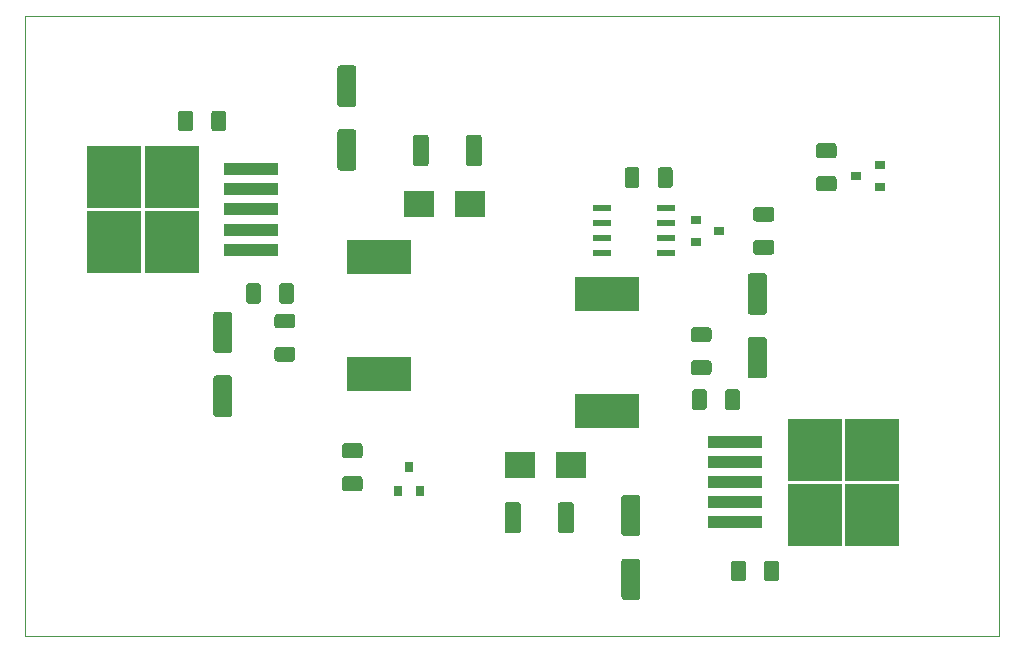
<source format=gbr>
G04 #@! TF.GenerationSoftware,KiCad,Pcbnew,(5.1.0)-1*
G04 #@! TF.CreationDate,2019-06-07T15:42:58+02:00*
G04 #@! TF.ProjectId,DRS,4452532e-6b69-4636-9164-5f7063625858,rev?*
G04 #@! TF.SameCoordinates,Original*
G04 #@! TF.FileFunction,Paste,Bot*
G04 #@! TF.FilePolarity,Positive*
%FSLAX46Y46*%
G04 Gerber Fmt 4.6, Leading zero omitted, Abs format (unit mm)*
G04 Created by KiCad (PCBNEW (5.1.0)-1) date 2019-06-07 15:42:58*
%MOMM*%
%LPD*%
G04 APERTURE LIST*
%ADD10C,0.100000*%
%ADD11C,1.600000*%
%ADD12C,1.250000*%
%ADD13R,0.900000X0.800000*%
%ADD14R,2.500000X2.300000*%
%ADD15R,5.400000X2.900000*%
%ADD16R,1.550000X0.600000*%
%ADD17R,4.550000X5.250000*%
%ADD18R,4.600000X1.100000*%
%ADD19C,1.350000*%
%ADD20R,0.800000X0.900000*%
G04 APERTURE END LIST*
D10*
X94000000Y-103500000D02*
X176500000Y-103500000D01*
X94000000Y-51000000D02*
X94000000Y-103500000D01*
X176500000Y-51000000D02*
X94000000Y-51000000D01*
X176500000Y-103500000D02*
X176500000Y-51000000D01*
G36*
X121824504Y-60601204D02*
G01*
X121848773Y-60604804D01*
X121872571Y-60610765D01*
X121895671Y-60619030D01*
X121917849Y-60629520D01*
X121938893Y-60642133D01*
X121958598Y-60656747D01*
X121976777Y-60673223D01*
X121993253Y-60691402D01*
X122007867Y-60711107D01*
X122020480Y-60732151D01*
X122030970Y-60754329D01*
X122039235Y-60777429D01*
X122045196Y-60801227D01*
X122048796Y-60825496D01*
X122050000Y-60850000D01*
X122050000Y-63850000D01*
X122048796Y-63874504D01*
X122045196Y-63898773D01*
X122039235Y-63922571D01*
X122030970Y-63945671D01*
X122020480Y-63967849D01*
X122007867Y-63988893D01*
X121993253Y-64008598D01*
X121976777Y-64026777D01*
X121958598Y-64043253D01*
X121938893Y-64057867D01*
X121917849Y-64070480D01*
X121895671Y-64080970D01*
X121872571Y-64089235D01*
X121848773Y-64095196D01*
X121824504Y-64098796D01*
X121800000Y-64100000D01*
X120700000Y-64100000D01*
X120675496Y-64098796D01*
X120651227Y-64095196D01*
X120627429Y-64089235D01*
X120604329Y-64080970D01*
X120582151Y-64070480D01*
X120561107Y-64057867D01*
X120541402Y-64043253D01*
X120523223Y-64026777D01*
X120506747Y-64008598D01*
X120492133Y-63988893D01*
X120479520Y-63967849D01*
X120469030Y-63945671D01*
X120460765Y-63922571D01*
X120454804Y-63898773D01*
X120451204Y-63874504D01*
X120450000Y-63850000D01*
X120450000Y-60850000D01*
X120451204Y-60825496D01*
X120454804Y-60801227D01*
X120460765Y-60777429D01*
X120469030Y-60754329D01*
X120479520Y-60732151D01*
X120492133Y-60711107D01*
X120506747Y-60691402D01*
X120523223Y-60673223D01*
X120541402Y-60656747D01*
X120561107Y-60642133D01*
X120582151Y-60629520D01*
X120604329Y-60619030D01*
X120627429Y-60610765D01*
X120651227Y-60604804D01*
X120675496Y-60601204D01*
X120700000Y-60600000D01*
X121800000Y-60600000D01*
X121824504Y-60601204D01*
X121824504Y-60601204D01*
G37*
D11*
X121250000Y-62350000D03*
D10*
G36*
X121824504Y-55201204D02*
G01*
X121848773Y-55204804D01*
X121872571Y-55210765D01*
X121895671Y-55219030D01*
X121917849Y-55229520D01*
X121938893Y-55242133D01*
X121958598Y-55256747D01*
X121976777Y-55273223D01*
X121993253Y-55291402D01*
X122007867Y-55311107D01*
X122020480Y-55332151D01*
X122030970Y-55354329D01*
X122039235Y-55377429D01*
X122045196Y-55401227D01*
X122048796Y-55425496D01*
X122050000Y-55450000D01*
X122050000Y-58450000D01*
X122048796Y-58474504D01*
X122045196Y-58498773D01*
X122039235Y-58522571D01*
X122030970Y-58545671D01*
X122020480Y-58567849D01*
X122007867Y-58588893D01*
X121993253Y-58608598D01*
X121976777Y-58626777D01*
X121958598Y-58643253D01*
X121938893Y-58657867D01*
X121917849Y-58670480D01*
X121895671Y-58680970D01*
X121872571Y-58689235D01*
X121848773Y-58695196D01*
X121824504Y-58698796D01*
X121800000Y-58700000D01*
X120700000Y-58700000D01*
X120675496Y-58698796D01*
X120651227Y-58695196D01*
X120627429Y-58689235D01*
X120604329Y-58680970D01*
X120582151Y-58670480D01*
X120561107Y-58657867D01*
X120541402Y-58643253D01*
X120523223Y-58626777D01*
X120506747Y-58608598D01*
X120492133Y-58588893D01*
X120479520Y-58567849D01*
X120469030Y-58545671D01*
X120460765Y-58522571D01*
X120454804Y-58498773D01*
X120451204Y-58474504D01*
X120450000Y-58450000D01*
X120450000Y-55450000D01*
X120451204Y-55425496D01*
X120454804Y-55401227D01*
X120460765Y-55377429D01*
X120469030Y-55354329D01*
X120479520Y-55332151D01*
X120492133Y-55311107D01*
X120506747Y-55291402D01*
X120523223Y-55273223D01*
X120541402Y-55256747D01*
X120561107Y-55242133D01*
X120582151Y-55229520D01*
X120604329Y-55219030D01*
X120627429Y-55210765D01*
X120651227Y-55204804D01*
X120675496Y-55201204D01*
X120700000Y-55200000D01*
X121800000Y-55200000D01*
X121824504Y-55201204D01*
X121824504Y-55201204D01*
G37*
D11*
X121250000Y-56950000D03*
D10*
G36*
X145874504Y-91551204D02*
G01*
X145898773Y-91554804D01*
X145922571Y-91560765D01*
X145945671Y-91569030D01*
X145967849Y-91579520D01*
X145988893Y-91592133D01*
X146008598Y-91606747D01*
X146026777Y-91623223D01*
X146043253Y-91641402D01*
X146057867Y-91661107D01*
X146070480Y-91682151D01*
X146080970Y-91704329D01*
X146089235Y-91727429D01*
X146095196Y-91751227D01*
X146098796Y-91775496D01*
X146100000Y-91800000D01*
X146100000Y-94800000D01*
X146098796Y-94824504D01*
X146095196Y-94848773D01*
X146089235Y-94872571D01*
X146080970Y-94895671D01*
X146070480Y-94917849D01*
X146057867Y-94938893D01*
X146043253Y-94958598D01*
X146026777Y-94976777D01*
X146008598Y-94993253D01*
X145988893Y-95007867D01*
X145967849Y-95020480D01*
X145945671Y-95030970D01*
X145922571Y-95039235D01*
X145898773Y-95045196D01*
X145874504Y-95048796D01*
X145850000Y-95050000D01*
X144750000Y-95050000D01*
X144725496Y-95048796D01*
X144701227Y-95045196D01*
X144677429Y-95039235D01*
X144654329Y-95030970D01*
X144632151Y-95020480D01*
X144611107Y-95007867D01*
X144591402Y-94993253D01*
X144573223Y-94976777D01*
X144556747Y-94958598D01*
X144542133Y-94938893D01*
X144529520Y-94917849D01*
X144519030Y-94895671D01*
X144510765Y-94872571D01*
X144504804Y-94848773D01*
X144501204Y-94824504D01*
X144500000Y-94800000D01*
X144500000Y-91800000D01*
X144501204Y-91775496D01*
X144504804Y-91751227D01*
X144510765Y-91727429D01*
X144519030Y-91704329D01*
X144529520Y-91682151D01*
X144542133Y-91661107D01*
X144556747Y-91641402D01*
X144573223Y-91623223D01*
X144591402Y-91606747D01*
X144611107Y-91592133D01*
X144632151Y-91579520D01*
X144654329Y-91569030D01*
X144677429Y-91560765D01*
X144701227Y-91554804D01*
X144725496Y-91551204D01*
X144750000Y-91550000D01*
X145850000Y-91550000D01*
X145874504Y-91551204D01*
X145874504Y-91551204D01*
G37*
D11*
X145300000Y-93300000D03*
D10*
G36*
X145874504Y-96951204D02*
G01*
X145898773Y-96954804D01*
X145922571Y-96960765D01*
X145945671Y-96969030D01*
X145967849Y-96979520D01*
X145988893Y-96992133D01*
X146008598Y-97006747D01*
X146026777Y-97023223D01*
X146043253Y-97041402D01*
X146057867Y-97061107D01*
X146070480Y-97082151D01*
X146080970Y-97104329D01*
X146089235Y-97127429D01*
X146095196Y-97151227D01*
X146098796Y-97175496D01*
X146100000Y-97200000D01*
X146100000Y-100200000D01*
X146098796Y-100224504D01*
X146095196Y-100248773D01*
X146089235Y-100272571D01*
X146080970Y-100295671D01*
X146070480Y-100317849D01*
X146057867Y-100338893D01*
X146043253Y-100358598D01*
X146026777Y-100376777D01*
X146008598Y-100393253D01*
X145988893Y-100407867D01*
X145967849Y-100420480D01*
X145945671Y-100430970D01*
X145922571Y-100439235D01*
X145898773Y-100445196D01*
X145874504Y-100448796D01*
X145850000Y-100450000D01*
X144750000Y-100450000D01*
X144725496Y-100448796D01*
X144701227Y-100445196D01*
X144677429Y-100439235D01*
X144654329Y-100430970D01*
X144632151Y-100420480D01*
X144611107Y-100407867D01*
X144591402Y-100393253D01*
X144573223Y-100376777D01*
X144556747Y-100358598D01*
X144542133Y-100338893D01*
X144529520Y-100317849D01*
X144519030Y-100295671D01*
X144510765Y-100272571D01*
X144504804Y-100248773D01*
X144501204Y-100224504D01*
X144500000Y-100200000D01*
X144500000Y-97200000D01*
X144501204Y-97175496D01*
X144504804Y-97151227D01*
X144510765Y-97127429D01*
X144519030Y-97104329D01*
X144529520Y-97082151D01*
X144542133Y-97061107D01*
X144556747Y-97041402D01*
X144573223Y-97023223D01*
X144591402Y-97006747D01*
X144611107Y-96992133D01*
X144632151Y-96979520D01*
X144654329Y-96969030D01*
X144677429Y-96960765D01*
X144701227Y-96954804D01*
X144725496Y-96951204D01*
X144750000Y-96950000D01*
X145850000Y-96950000D01*
X145874504Y-96951204D01*
X145874504Y-96951204D01*
G37*
D11*
X145300000Y-98700000D03*
D10*
G36*
X148599504Y-63826204D02*
G01*
X148623773Y-63829804D01*
X148647571Y-63835765D01*
X148670671Y-63844030D01*
X148692849Y-63854520D01*
X148713893Y-63867133D01*
X148733598Y-63881747D01*
X148751777Y-63898223D01*
X148768253Y-63916402D01*
X148782867Y-63936107D01*
X148795480Y-63957151D01*
X148805970Y-63979329D01*
X148814235Y-64002429D01*
X148820196Y-64026227D01*
X148823796Y-64050496D01*
X148825000Y-64075000D01*
X148825000Y-65325000D01*
X148823796Y-65349504D01*
X148820196Y-65373773D01*
X148814235Y-65397571D01*
X148805970Y-65420671D01*
X148795480Y-65442849D01*
X148782867Y-65463893D01*
X148768253Y-65483598D01*
X148751777Y-65501777D01*
X148733598Y-65518253D01*
X148713893Y-65532867D01*
X148692849Y-65545480D01*
X148670671Y-65555970D01*
X148647571Y-65564235D01*
X148623773Y-65570196D01*
X148599504Y-65573796D01*
X148575000Y-65575000D01*
X147825000Y-65575000D01*
X147800496Y-65573796D01*
X147776227Y-65570196D01*
X147752429Y-65564235D01*
X147729329Y-65555970D01*
X147707151Y-65545480D01*
X147686107Y-65532867D01*
X147666402Y-65518253D01*
X147648223Y-65501777D01*
X147631747Y-65483598D01*
X147617133Y-65463893D01*
X147604520Y-65442849D01*
X147594030Y-65420671D01*
X147585765Y-65397571D01*
X147579804Y-65373773D01*
X147576204Y-65349504D01*
X147575000Y-65325000D01*
X147575000Y-64075000D01*
X147576204Y-64050496D01*
X147579804Y-64026227D01*
X147585765Y-64002429D01*
X147594030Y-63979329D01*
X147604520Y-63957151D01*
X147617133Y-63936107D01*
X147631747Y-63916402D01*
X147648223Y-63898223D01*
X147666402Y-63881747D01*
X147686107Y-63867133D01*
X147707151Y-63854520D01*
X147729329Y-63844030D01*
X147752429Y-63835765D01*
X147776227Y-63829804D01*
X147800496Y-63826204D01*
X147825000Y-63825000D01*
X148575000Y-63825000D01*
X148599504Y-63826204D01*
X148599504Y-63826204D01*
G37*
D12*
X148200000Y-64700000D03*
D10*
G36*
X145799504Y-63826204D02*
G01*
X145823773Y-63829804D01*
X145847571Y-63835765D01*
X145870671Y-63844030D01*
X145892849Y-63854520D01*
X145913893Y-63867133D01*
X145933598Y-63881747D01*
X145951777Y-63898223D01*
X145968253Y-63916402D01*
X145982867Y-63936107D01*
X145995480Y-63957151D01*
X146005970Y-63979329D01*
X146014235Y-64002429D01*
X146020196Y-64026227D01*
X146023796Y-64050496D01*
X146025000Y-64075000D01*
X146025000Y-65325000D01*
X146023796Y-65349504D01*
X146020196Y-65373773D01*
X146014235Y-65397571D01*
X146005970Y-65420671D01*
X145995480Y-65442849D01*
X145982867Y-65463893D01*
X145968253Y-65483598D01*
X145951777Y-65501777D01*
X145933598Y-65518253D01*
X145913893Y-65532867D01*
X145892849Y-65545480D01*
X145870671Y-65555970D01*
X145847571Y-65564235D01*
X145823773Y-65570196D01*
X145799504Y-65573796D01*
X145775000Y-65575000D01*
X145025000Y-65575000D01*
X145000496Y-65573796D01*
X144976227Y-65570196D01*
X144952429Y-65564235D01*
X144929329Y-65555970D01*
X144907151Y-65545480D01*
X144886107Y-65532867D01*
X144866402Y-65518253D01*
X144848223Y-65501777D01*
X144831747Y-65483598D01*
X144817133Y-65463893D01*
X144804520Y-65442849D01*
X144794030Y-65420671D01*
X144785765Y-65397571D01*
X144779804Y-65373773D01*
X144776204Y-65349504D01*
X144775000Y-65325000D01*
X144775000Y-64075000D01*
X144776204Y-64050496D01*
X144779804Y-64026227D01*
X144785765Y-64002429D01*
X144794030Y-63979329D01*
X144804520Y-63957151D01*
X144817133Y-63936107D01*
X144831747Y-63916402D01*
X144848223Y-63898223D01*
X144866402Y-63881747D01*
X144886107Y-63867133D01*
X144907151Y-63854520D01*
X144929329Y-63844030D01*
X144952429Y-63835765D01*
X144976227Y-63829804D01*
X145000496Y-63826204D01*
X145025000Y-63825000D01*
X145775000Y-63825000D01*
X145799504Y-63826204D01*
X145799504Y-63826204D01*
G37*
D12*
X145400000Y-64700000D03*
D10*
G36*
X154799504Y-97126204D02*
G01*
X154823773Y-97129804D01*
X154847571Y-97135765D01*
X154870671Y-97144030D01*
X154892849Y-97154520D01*
X154913893Y-97167133D01*
X154933598Y-97181747D01*
X154951777Y-97198223D01*
X154968253Y-97216402D01*
X154982867Y-97236107D01*
X154995480Y-97257151D01*
X155005970Y-97279329D01*
X155014235Y-97302429D01*
X155020196Y-97326227D01*
X155023796Y-97350496D01*
X155025000Y-97375000D01*
X155025000Y-98625000D01*
X155023796Y-98649504D01*
X155020196Y-98673773D01*
X155014235Y-98697571D01*
X155005970Y-98720671D01*
X154995480Y-98742849D01*
X154982867Y-98763893D01*
X154968253Y-98783598D01*
X154951777Y-98801777D01*
X154933598Y-98818253D01*
X154913893Y-98832867D01*
X154892849Y-98845480D01*
X154870671Y-98855970D01*
X154847571Y-98864235D01*
X154823773Y-98870196D01*
X154799504Y-98873796D01*
X154775000Y-98875000D01*
X154025000Y-98875000D01*
X154000496Y-98873796D01*
X153976227Y-98870196D01*
X153952429Y-98864235D01*
X153929329Y-98855970D01*
X153907151Y-98845480D01*
X153886107Y-98832867D01*
X153866402Y-98818253D01*
X153848223Y-98801777D01*
X153831747Y-98783598D01*
X153817133Y-98763893D01*
X153804520Y-98742849D01*
X153794030Y-98720671D01*
X153785765Y-98697571D01*
X153779804Y-98673773D01*
X153776204Y-98649504D01*
X153775000Y-98625000D01*
X153775000Y-97375000D01*
X153776204Y-97350496D01*
X153779804Y-97326227D01*
X153785765Y-97302429D01*
X153794030Y-97279329D01*
X153804520Y-97257151D01*
X153817133Y-97236107D01*
X153831747Y-97216402D01*
X153848223Y-97198223D01*
X153866402Y-97181747D01*
X153886107Y-97167133D01*
X153907151Y-97154520D01*
X153929329Y-97144030D01*
X153952429Y-97135765D01*
X153976227Y-97129804D01*
X154000496Y-97126204D01*
X154025000Y-97125000D01*
X154775000Y-97125000D01*
X154799504Y-97126204D01*
X154799504Y-97126204D01*
G37*
D12*
X154400000Y-98000000D03*
D10*
G36*
X157599504Y-97126204D02*
G01*
X157623773Y-97129804D01*
X157647571Y-97135765D01*
X157670671Y-97144030D01*
X157692849Y-97154520D01*
X157713893Y-97167133D01*
X157733598Y-97181747D01*
X157751777Y-97198223D01*
X157768253Y-97216402D01*
X157782867Y-97236107D01*
X157795480Y-97257151D01*
X157805970Y-97279329D01*
X157814235Y-97302429D01*
X157820196Y-97326227D01*
X157823796Y-97350496D01*
X157825000Y-97375000D01*
X157825000Y-98625000D01*
X157823796Y-98649504D01*
X157820196Y-98673773D01*
X157814235Y-98697571D01*
X157805970Y-98720671D01*
X157795480Y-98742849D01*
X157782867Y-98763893D01*
X157768253Y-98783598D01*
X157751777Y-98801777D01*
X157733598Y-98818253D01*
X157713893Y-98832867D01*
X157692849Y-98845480D01*
X157670671Y-98855970D01*
X157647571Y-98864235D01*
X157623773Y-98870196D01*
X157599504Y-98873796D01*
X157575000Y-98875000D01*
X156825000Y-98875000D01*
X156800496Y-98873796D01*
X156776227Y-98870196D01*
X156752429Y-98864235D01*
X156729329Y-98855970D01*
X156707151Y-98845480D01*
X156686107Y-98832867D01*
X156666402Y-98818253D01*
X156648223Y-98801777D01*
X156631747Y-98783598D01*
X156617133Y-98763893D01*
X156604520Y-98742849D01*
X156594030Y-98720671D01*
X156585765Y-98697571D01*
X156579804Y-98673773D01*
X156576204Y-98649504D01*
X156575000Y-98625000D01*
X156575000Y-97375000D01*
X156576204Y-97350496D01*
X156579804Y-97326227D01*
X156585765Y-97302429D01*
X156594030Y-97279329D01*
X156604520Y-97257151D01*
X156617133Y-97236107D01*
X156631747Y-97216402D01*
X156648223Y-97198223D01*
X156666402Y-97181747D01*
X156686107Y-97167133D01*
X156707151Y-97154520D01*
X156729329Y-97144030D01*
X156752429Y-97135765D01*
X156776227Y-97129804D01*
X156800496Y-97126204D01*
X156825000Y-97125000D01*
X157575000Y-97125000D01*
X157599504Y-97126204D01*
X157599504Y-97126204D01*
G37*
D12*
X157200000Y-98000000D03*
D10*
G36*
X107999504Y-59026204D02*
G01*
X108023773Y-59029804D01*
X108047571Y-59035765D01*
X108070671Y-59044030D01*
X108092849Y-59054520D01*
X108113893Y-59067133D01*
X108133598Y-59081747D01*
X108151777Y-59098223D01*
X108168253Y-59116402D01*
X108182867Y-59136107D01*
X108195480Y-59157151D01*
X108205970Y-59179329D01*
X108214235Y-59202429D01*
X108220196Y-59226227D01*
X108223796Y-59250496D01*
X108225000Y-59275000D01*
X108225000Y-60525000D01*
X108223796Y-60549504D01*
X108220196Y-60573773D01*
X108214235Y-60597571D01*
X108205970Y-60620671D01*
X108195480Y-60642849D01*
X108182867Y-60663893D01*
X108168253Y-60683598D01*
X108151777Y-60701777D01*
X108133598Y-60718253D01*
X108113893Y-60732867D01*
X108092849Y-60745480D01*
X108070671Y-60755970D01*
X108047571Y-60764235D01*
X108023773Y-60770196D01*
X107999504Y-60773796D01*
X107975000Y-60775000D01*
X107225000Y-60775000D01*
X107200496Y-60773796D01*
X107176227Y-60770196D01*
X107152429Y-60764235D01*
X107129329Y-60755970D01*
X107107151Y-60745480D01*
X107086107Y-60732867D01*
X107066402Y-60718253D01*
X107048223Y-60701777D01*
X107031747Y-60683598D01*
X107017133Y-60663893D01*
X107004520Y-60642849D01*
X106994030Y-60620671D01*
X106985765Y-60597571D01*
X106979804Y-60573773D01*
X106976204Y-60549504D01*
X106975000Y-60525000D01*
X106975000Y-59275000D01*
X106976204Y-59250496D01*
X106979804Y-59226227D01*
X106985765Y-59202429D01*
X106994030Y-59179329D01*
X107004520Y-59157151D01*
X107017133Y-59136107D01*
X107031747Y-59116402D01*
X107048223Y-59098223D01*
X107066402Y-59081747D01*
X107086107Y-59067133D01*
X107107151Y-59054520D01*
X107129329Y-59044030D01*
X107152429Y-59035765D01*
X107176227Y-59029804D01*
X107200496Y-59026204D01*
X107225000Y-59025000D01*
X107975000Y-59025000D01*
X107999504Y-59026204D01*
X107999504Y-59026204D01*
G37*
D12*
X107600000Y-59900000D03*
D10*
G36*
X110799504Y-59026204D02*
G01*
X110823773Y-59029804D01*
X110847571Y-59035765D01*
X110870671Y-59044030D01*
X110892849Y-59054520D01*
X110913893Y-59067133D01*
X110933598Y-59081747D01*
X110951777Y-59098223D01*
X110968253Y-59116402D01*
X110982867Y-59136107D01*
X110995480Y-59157151D01*
X111005970Y-59179329D01*
X111014235Y-59202429D01*
X111020196Y-59226227D01*
X111023796Y-59250496D01*
X111025000Y-59275000D01*
X111025000Y-60525000D01*
X111023796Y-60549504D01*
X111020196Y-60573773D01*
X111014235Y-60597571D01*
X111005970Y-60620671D01*
X110995480Y-60642849D01*
X110982867Y-60663893D01*
X110968253Y-60683598D01*
X110951777Y-60701777D01*
X110933598Y-60718253D01*
X110913893Y-60732867D01*
X110892849Y-60745480D01*
X110870671Y-60755970D01*
X110847571Y-60764235D01*
X110823773Y-60770196D01*
X110799504Y-60773796D01*
X110775000Y-60775000D01*
X110025000Y-60775000D01*
X110000496Y-60773796D01*
X109976227Y-60770196D01*
X109952429Y-60764235D01*
X109929329Y-60755970D01*
X109907151Y-60745480D01*
X109886107Y-60732867D01*
X109866402Y-60718253D01*
X109848223Y-60701777D01*
X109831747Y-60683598D01*
X109817133Y-60663893D01*
X109804520Y-60642849D01*
X109794030Y-60620671D01*
X109785765Y-60597571D01*
X109779804Y-60573773D01*
X109776204Y-60549504D01*
X109775000Y-60525000D01*
X109775000Y-59275000D01*
X109776204Y-59250496D01*
X109779804Y-59226227D01*
X109785765Y-59202429D01*
X109794030Y-59179329D01*
X109804520Y-59157151D01*
X109817133Y-59136107D01*
X109831747Y-59116402D01*
X109848223Y-59098223D01*
X109866402Y-59081747D01*
X109886107Y-59067133D01*
X109907151Y-59054520D01*
X109929329Y-59044030D01*
X109952429Y-59035765D01*
X109976227Y-59029804D01*
X110000496Y-59026204D01*
X110025000Y-59025000D01*
X110775000Y-59025000D01*
X110799504Y-59026204D01*
X110799504Y-59026204D01*
G37*
D12*
X110400000Y-59900000D03*
D10*
G36*
X156574504Y-78201204D02*
G01*
X156598773Y-78204804D01*
X156622571Y-78210765D01*
X156645671Y-78219030D01*
X156667849Y-78229520D01*
X156688893Y-78242133D01*
X156708598Y-78256747D01*
X156726777Y-78273223D01*
X156743253Y-78291402D01*
X156757867Y-78311107D01*
X156770480Y-78332151D01*
X156780970Y-78354329D01*
X156789235Y-78377429D01*
X156795196Y-78401227D01*
X156798796Y-78425496D01*
X156800000Y-78450000D01*
X156800000Y-81450000D01*
X156798796Y-81474504D01*
X156795196Y-81498773D01*
X156789235Y-81522571D01*
X156780970Y-81545671D01*
X156770480Y-81567849D01*
X156757867Y-81588893D01*
X156743253Y-81608598D01*
X156726777Y-81626777D01*
X156708598Y-81643253D01*
X156688893Y-81657867D01*
X156667849Y-81670480D01*
X156645671Y-81680970D01*
X156622571Y-81689235D01*
X156598773Y-81695196D01*
X156574504Y-81698796D01*
X156550000Y-81700000D01*
X155450000Y-81700000D01*
X155425496Y-81698796D01*
X155401227Y-81695196D01*
X155377429Y-81689235D01*
X155354329Y-81680970D01*
X155332151Y-81670480D01*
X155311107Y-81657867D01*
X155291402Y-81643253D01*
X155273223Y-81626777D01*
X155256747Y-81608598D01*
X155242133Y-81588893D01*
X155229520Y-81567849D01*
X155219030Y-81545671D01*
X155210765Y-81522571D01*
X155204804Y-81498773D01*
X155201204Y-81474504D01*
X155200000Y-81450000D01*
X155200000Y-78450000D01*
X155201204Y-78425496D01*
X155204804Y-78401227D01*
X155210765Y-78377429D01*
X155219030Y-78354329D01*
X155229520Y-78332151D01*
X155242133Y-78311107D01*
X155256747Y-78291402D01*
X155273223Y-78273223D01*
X155291402Y-78256747D01*
X155311107Y-78242133D01*
X155332151Y-78229520D01*
X155354329Y-78219030D01*
X155377429Y-78210765D01*
X155401227Y-78204804D01*
X155425496Y-78201204D01*
X155450000Y-78200000D01*
X156550000Y-78200000D01*
X156574504Y-78201204D01*
X156574504Y-78201204D01*
G37*
D11*
X156000000Y-79950000D03*
D10*
G36*
X156574504Y-72801204D02*
G01*
X156598773Y-72804804D01*
X156622571Y-72810765D01*
X156645671Y-72819030D01*
X156667849Y-72829520D01*
X156688893Y-72842133D01*
X156708598Y-72856747D01*
X156726777Y-72873223D01*
X156743253Y-72891402D01*
X156757867Y-72911107D01*
X156770480Y-72932151D01*
X156780970Y-72954329D01*
X156789235Y-72977429D01*
X156795196Y-73001227D01*
X156798796Y-73025496D01*
X156800000Y-73050000D01*
X156800000Y-76050000D01*
X156798796Y-76074504D01*
X156795196Y-76098773D01*
X156789235Y-76122571D01*
X156780970Y-76145671D01*
X156770480Y-76167849D01*
X156757867Y-76188893D01*
X156743253Y-76208598D01*
X156726777Y-76226777D01*
X156708598Y-76243253D01*
X156688893Y-76257867D01*
X156667849Y-76270480D01*
X156645671Y-76280970D01*
X156622571Y-76289235D01*
X156598773Y-76295196D01*
X156574504Y-76298796D01*
X156550000Y-76300000D01*
X155450000Y-76300000D01*
X155425496Y-76298796D01*
X155401227Y-76295196D01*
X155377429Y-76289235D01*
X155354329Y-76280970D01*
X155332151Y-76270480D01*
X155311107Y-76257867D01*
X155291402Y-76243253D01*
X155273223Y-76226777D01*
X155256747Y-76208598D01*
X155242133Y-76188893D01*
X155229520Y-76167849D01*
X155219030Y-76145671D01*
X155210765Y-76122571D01*
X155204804Y-76098773D01*
X155201204Y-76074504D01*
X155200000Y-76050000D01*
X155200000Y-73050000D01*
X155201204Y-73025496D01*
X155204804Y-73001227D01*
X155210765Y-72977429D01*
X155219030Y-72954329D01*
X155229520Y-72932151D01*
X155242133Y-72911107D01*
X155256747Y-72891402D01*
X155273223Y-72873223D01*
X155291402Y-72856747D01*
X155311107Y-72842133D01*
X155332151Y-72829520D01*
X155354329Y-72819030D01*
X155377429Y-72810765D01*
X155401227Y-72804804D01*
X155425496Y-72801204D01*
X155450000Y-72800000D01*
X156550000Y-72800000D01*
X156574504Y-72801204D01*
X156574504Y-72801204D01*
G37*
D11*
X156000000Y-74550000D03*
D10*
G36*
X111324504Y-76051204D02*
G01*
X111348773Y-76054804D01*
X111372571Y-76060765D01*
X111395671Y-76069030D01*
X111417849Y-76079520D01*
X111438893Y-76092133D01*
X111458598Y-76106747D01*
X111476777Y-76123223D01*
X111493253Y-76141402D01*
X111507867Y-76161107D01*
X111520480Y-76182151D01*
X111530970Y-76204329D01*
X111539235Y-76227429D01*
X111545196Y-76251227D01*
X111548796Y-76275496D01*
X111550000Y-76300000D01*
X111550000Y-79300000D01*
X111548796Y-79324504D01*
X111545196Y-79348773D01*
X111539235Y-79372571D01*
X111530970Y-79395671D01*
X111520480Y-79417849D01*
X111507867Y-79438893D01*
X111493253Y-79458598D01*
X111476777Y-79476777D01*
X111458598Y-79493253D01*
X111438893Y-79507867D01*
X111417849Y-79520480D01*
X111395671Y-79530970D01*
X111372571Y-79539235D01*
X111348773Y-79545196D01*
X111324504Y-79548796D01*
X111300000Y-79550000D01*
X110200000Y-79550000D01*
X110175496Y-79548796D01*
X110151227Y-79545196D01*
X110127429Y-79539235D01*
X110104329Y-79530970D01*
X110082151Y-79520480D01*
X110061107Y-79507867D01*
X110041402Y-79493253D01*
X110023223Y-79476777D01*
X110006747Y-79458598D01*
X109992133Y-79438893D01*
X109979520Y-79417849D01*
X109969030Y-79395671D01*
X109960765Y-79372571D01*
X109954804Y-79348773D01*
X109951204Y-79324504D01*
X109950000Y-79300000D01*
X109950000Y-76300000D01*
X109951204Y-76275496D01*
X109954804Y-76251227D01*
X109960765Y-76227429D01*
X109969030Y-76204329D01*
X109979520Y-76182151D01*
X109992133Y-76161107D01*
X110006747Y-76141402D01*
X110023223Y-76123223D01*
X110041402Y-76106747D01*
X110061107Y-76092133D01*
X110082151Y-76079520D01*
X110104329Y-76069030D01*
X110127429Y-76060765D01*
X110151227Y-76054804D01*
X110175496Y-76051204D01*
X110200000Y-76050000D01*
X111300000Y-76050000D01*
X111324504Y-76051204D01*
X111324504Y-76051204D01*
G37*
D11*
X110750000Y-77800000D03*
D10*
G36*
X111324504Y-81451204D02*
G01*
X111348773Y-81454804D01*
X111372571Y-81460765D01*
X111395671Y-81469030D01*
X111417849Y-81479520D01*
X111438893Y-81492133D01*
X111458598Y-81506747D01*
X111476777Y-81523223D01*
X111493253Y-81541402D01*
X111507867Y-81561107D01*
X111520480Y-81582151D01*
X111530970Y-81604329D01*
X111539235Y-81627429D01*
X111545196Y-81651227D01*
X111548796Y-81675496D01*
X111550000Y-81700000D01*
X111550000Y-84700000D01*
X111548796Y-84724504D01*
X111545196Y-84748773D01*
X111539235Y-84772571D01*
X111530970Y-84795671D01*
X111520480Y-84817849D01*
X111507867Y-84838893D01*
X111493253Y-84858598D01*
X111476777Y-84876777D01*
X111458598Y-84893253D01*
X111438893Y-84907867D01*
X111417849Y-84920480D01*
X111395671Y-84930970D01*
X111372571Y-84939235D01*
X111348773Y-84945196D01*
X111324504Y-84948796D01*
X111300000Y-84950000D01*
X110200000Y-84950000D01*
X110175496Y-84948796D01*
X110151227Y-84945196D01*
X110127429Y-84939235D01*
X110104329Y-84930970D01*
X110082151Y-84920480D01*
X110061107Y-84907867D01*
X110041402Y-84893253D01*
X110023223Y-84876777D01*
X110006747Y-84858598D01*
X109992133Y-84838893D01*
X109979520Y-84817849D01*
X109969030Y-84795671D01*
X109960765Y-84772571D01*
X109954804Y-84748773D01*
X109951204Y-84724504D01*
X109950000Y-84700000D01*
X109950000Y-81700000D01*
X109951204Y-81675496D01*
X109954804Y-81651227D01*
X109960765Y-81627429D01*
X109969030Y-81604329D01*
X109979520Y-81582151D01*
X109992133Y-81561107D01*
X110006747Y-81541402D01*
X110023223Y-81523223D01*
X110041402Y-81506747D01*
X110061107Y-81492133D01*
X110082151Y-81479520D01*
X110104329Y-81469030D01*
X110127429Y-81460765D01*
X110151227Y-81454804D01*
X110175496Y-81451204D01*
X110200000Y-81450000D01*
X111300000Y-81450000D01*
X111324504Y-81451204D01*
X111324504Y-81451204D01*
G37*
D11*
X110750000Y-83200000D03*
D13*
X150800000Y-70150000D03*
X150800000Y-68250000D03*
X152800000Y-69200000D03*
D14*
X140200000Y-89000000D03*
X135900000Y-89000000D03*
X127350000Y-66900000D03*
X131650000Y-66900000D03*
D15*
X143300000Y-84450000D03*
X143300000Y-74550000D03*
X124000000Y-81350000D03*
X124000000Y-71450000D03*
D10*
G36*
X157199504Y-69976204D02*
G01*
X157223773Y-69979804D01*
X157247571Y-69985765D01*
X157270671Y-69994030D01*
X157292849Y-70004520D01*
X157313893Y-70017133D01*
X157333598Y-70031747D01*
X157351777Y-70048223D01*
X157368253Y-70066402D01*
X157382867Y-70086107D01*
X157395480Y-70107151D01*
X157405970Y-70129329D01*
X157414235Y-70152429D01*
X157420196Y-70176227D01*
X157423796Y-70200496D01*
X157425000Y-70225000D01*
X157425000Y-70975000D01*
X157423796Y-70999504D01*
X157420196Y-71023773D01*
X157414235Y-71047571D01*
X157405970Y-71070671D01*
X157395480Y-71092849D01*
X157382867Y-71113893D01*
X157368253Y-71133598D01*
X157351777Y-71151777D01*
X157333598Y-71168253D01*
X157313893Y-71182867D01*
X157292849Y-71195480D01*
X157270671Y-71205970D01*
X157247571Y-71214235D01*
X157223773Y-71220196D01*
X157199504Y-71223796D01*
X157175000Y-71225000D01*
X155925000Y-71225000D01*
X155900496Y-71223796D01*
X155876227Y-71220196D01*
X155852429Y-71214235D01*
X155829329Y-71205970D01*
X155807151Y-71195480D01*
X155786107Y-71182867D01*
X155766402Y-71168253D01*
X155748223Y-71151777D01*
X155731747Y-71133598D01*
X155717133Y-71113893D01*
X155704520Y-71092849D01*
X155694030Y-71070671D01*
X155685765Y-71047571D01*
X155679804Y-71023773D01*
X155676204Y-70999504D01*
X155675000Y-70975000D01*
X155675000Y-70225000D01*
X155676204Y-70200496D01*
X155679804Y-70176227D01*
X155685765Y-70152429D01*
X155694030Y-70129329D01*
X155704520Y-70107151D01*
X155717133Y-70086107D01*
X155731747Y-70066402D01*
X155748223Y-70048223D01*
X155766402Y-70031747D01*
X155786107Y-70017133D01*
X155807151Y-70004520D01*
X155829329Y-69994030D01*
X155852429Y-69985765D01*
X155876227Y-69979804D01*
X155900496Y-69976204D01*
X155925000Y-69975000D01*
X157175000Y-69975000D01*
X157199504Y-69976204D01*
X157199504Y-69976204D01*
G37*
D12*
X156550000Y-70600000D03*
D10*
G36*
X157199504Y-67176204D02*
G01*
X157223773Y-67179804D01*
X157247571Y-67185765D01*
X157270671Y-67194030D01*
X157292849Y-67204520D01*
X157313893Y-67217133D01*
X157333598Y-67231747D01*
X157351777Y-67248223D01*
X157368253Y-67266402D01*
X157382867Y-67286107D01*
X157395480Y-67307151D01*
X157405970Y-67329329D01*
X157414235Y-67352429D01*
X157420196Y-67376227D01*
X157423796Y-67400496D01*
X157425000Y-67425000D01*
X157425000Y-68175000D01*
X157423796Y-68199504D01*
X157420196Y-68223773D01*
X157414235Y-68247571D01*
X157405970Y-68270671D01*
X157395480Y-68292849D01*
X157382867Y-68313893D01*
X157368253Y-68333598D01*
X157351777Y-68351777D01*
X157333598Y-68368253D01*
X157313893Y-68382867D01*
X157292849Y-68395480D01*
X157270671Y-68405970D01*
X157247571Y-68414235D01*
X157223773Y-68420196D01*
X157199504Y-68423796D01*
X157175000Y-68425000D01*
X155925000Y-68425000D01*
X155900496Y-68423796D01*
X155876227Y-68420196D01*
X155852429Y-68414235D01*
X155829329Y-68405970D01*
X155807151Y-68395480D01*
X155786107Y-68382867D01*
X155766402Y-68368253D01*
X155748223Y-68351777D01*
X155731747Y-68333598D01*
X155717133Y-68313893D01*
X155704520Y-68292849D01*
X155694030Y-68270671D01*
X155685765Y-68247571D01*
X155679804Y-68223773D01*
X155676204Y-68199504D01*
X155675000Y-68175000D01*
X155675000Y-67425000D01*
X155676204Y-67400496D01*
X155679804Y-67376227D01*
X155685765Y-67352429D01*
X155694030Y-67329329D01*
X155704520Y-67307151D01*
X155717133Y-67286107D01*
X155731747Y-67266402D01*
X155748223Y-67248223D01*
X155766402Y-67231747D01*
X155786107Y-67217133D01*
X155807151Y-67204520D01*
X155829329Y-67194030D01*
X155852429Y-67185765D01*
X155876227Y-67179804D01*
X155900496Y-67176204D01*
X155925000Y-67175000D01*
X157175000Y-67175000D01*
X157199504Y-67176204D01*
X157199504Y-67176204D01*
G37*
D12*
X156550000Y-67800000D03*
D16*
X142850000Y-71105000D03*
X142850000Y-69835000D03*
X142850000Y-68565000D03*
X142850000Y-67295000D03*
X148250000Y-67295000D03*
X148250000Y-68565000D03*
X148250000Y-69835000D03*
X148250000Y-71105000D03*
D17*
X160875000Y-87725000D03*
X165725000Y-93275000D03*
X160875000Y-93275000D03*
X165725000Y-87725000D03*
D18*
X154150000Y-87100000D03*
X154150000Y-88800000D03*
X154150000Y-90500000D03*
X154150000Y-92200000D03*
X154150000Y-93900000D03*
X113150000Y-64000000D03*
X113150000Y-65700000D03*
X113150000Y-67400000D03*
X113150000Y-69100000D03*
X113150000Y-70800000D03*
D17*
X101575000Y-70175000D03*
X106425000Y-64625000D03*
X101575000Y-64625000D03*
X106425000Y-70175000D03*
D10*
G36*
X127949505Y-61076204D02*
G01*
X127973773Y-61079804D01*
X127997572Y-61085765D01*
X128020671Y-61094030D01*
X128042850Y-61104520D01*
X128063893Y-61117132D01*
X128083599Y-61131747D01*
X128101777Y-61148223D01*
X128118253Y-61166401D01*
X128132868Y-61186107D01*
X128145480Y-61207150D01*
X128155970Y-61229329D01*
X128164235Y-61252428D01*
X128170196Y-61276227D01*
X128173796Y-61300495D01*
X128175000Y-61324999D01*
X128175000Y-63475001D01*
X128173796Y-63499505D01*
X128170196Y-63523773D01*
X128164235Y-63547572D01*
X128155970Y-63570671D01*
X128145480Y-63592850D01*
X128132868Y-63613893D01*
X128118253Y-63633599D01*
X128101777Y-63651777D01*
X128083599Y-63668253D01*
X128063893Y-63682868D01*
X128042850Y-63695480D01*
X128020671Y-63705970D01*
X127997572Y-63714235D01*
X127973773Y-63720196D01*
X127949505Y-63723796D01*
X127925001Y-63725000D01*
X127074999Y-63725000D01*
X127050495Y-63723796D01*
X127026227Y-63720196D01*
X127002428Y-63714235D01*
X126979329Y-63705970D01*
X126957150Y-63695480D01*
X126936107Y-63682868D01*
X126916401Y-63668253D01*
X126898223Y-63651777D01*
X126881747Y-63633599D01*
X126867132Y-63613893D01*
X126854520Y-63592850D01*
X126844030Y-63570671D01*
X126835765Y-63547572D01*
X126829804Y-63523773D01*
X126826204Y-63499505D01*
X126825000Y-63475001D01*
X126825000Y-61324999D01*
X126826204Y-61300495D01*
X126829804Y-61276227D01*
X126835765Y-61252428D01*
X126844030Y-61229329D01*
X126854520Y-61207150D01*
X126867132Y-61186107D01*
X126881747Y-61166401D01*
X126898223Y-61148223D01*
X126916401Y-61131747D01*
X126936107Y-61117132D01*
X126957150Y-61104520D01*
X126979329Y-61094030D01*
X127002428Y-61085765D01*
X127026227Y-61079804D01*
X127050495Y-61076204D01*
X127074999Y-61075000D01*
X127925001Y-61075000D01*
X127949505Y-61076204D01*
X127949505Y-61076204D01*
G37*
D19*
X127500000Y-62400000D03*
D10*
G36*
X132449505Y-61076204D02*
G01*
X132473773Y-61079804D01*
X132497572Y-61085765D01*
X132520671Y-61094030D01*
X132542850Y-61104520D01*
X132563893Y-61117132D01*
X132583599Y-61131747D01*
X132601777Y-61148223D01*
X132618253Y-61166401D01*
X132632868Y-61186107D01*
X132645480Y-61207150D01*
X132655970Y-61229329D01*
X132664235Y-61252428D01*
X132670196Y-61276227D01*
X132673796Y-61300495D01*
X132675000Y-61324999D01*
X132675000Y-63475001D01*
X132673796Y-63499505D01*
X132670196Y-63523773D01*
X132664235Y-63547572D01*
X132655970Y-63570671D01*
X132645480Y-63592850D01*
X132632868Y-63613893D01*
X132618253Y-63633599D01*
X132601777Y-63651777D01*
X132583599Y-63668253D01*
X132563893Y-63682868D01*
X132542850Y-63695480D01*
X132520671Y-63705970D01*
X132497572Y-63714235D01*
X132473773Y-63720196D01*
X132449505Y-63723796D01*
X132425001Y-63725000D01*
X131574999Y-63725000D01*
X131550495Y-63723796D01*
X131526227Y-63720196D01*
X131502428Y-63714235D01*
X131479329Y-63705970D01*
X131457150Y-63695480D01*
X131436107Y-63682868D01*
X131416401Y-63668253D01*
X131398223Y-63651777D01*
X131381747Y-63633599D01*
X131367132Y-63613893D01*
X131354520Y-63592850D01*
X131344030Y-63570671D01*
X131335765Y-63547572D01*
X131329804Y-63523773D01*
X131326204Y-63499505D01*
X131325000Y-63475001D01*
X131325000Y-61324999D01*
X131326204Y-61300495D01*
X131329804Y-61276227D01*
X131335765Y-61252428D01*
X131344030Y-61229329D01*
X131354520Y-61207150D01*
X131367132Y-61186107D01*
X131381747Y-61166401D01*
X131398223Y-61148223D01*
X131416401Y-61131747D01*
X131436107Y-61117132D01*
X131457150Y-61104520D01*
X131479329Y-61094030D01*
X131502428Y-61085765D01*
X131526227Y-61079804D01*
X131550495Y-61076204D01*
X131574999Y-61075000D01*
X132425001Y-61075000D01*
X132449505Y-61076204D01*
X132449505Y-61076204D01*
G37*
D19*
X132000000Y-62400000D03*
D10*
G36*
X135749505Y-92176204D02*
G01*
X135773773Y-92179804D01*
X135797572Y-92185765D01*
X135820671Y-92194030D01*
X135842850Y-92204520D01*
X135863893Y-92217132D01*
X135883599Y-92231747D01*
X135901777Y-92248223D01*
X135918253Y-92266401D01*
X135932868Y-92286107D01*
X135945480Y-92307150D01*
X135955970Y-92329329D01*
X135964235Y-92352428D01*
X135970196Y-92376227D01*
X135973796Y-92400495D01*
X135975000Y-92424999D01*
X135975000Y-94575001D01*
X135973796Y-94599505D01*
X135970196Y-94623773D01*
X135964235Y-94647572D01*
X135955970Y-94670671D01*
X135945480Y-94692850D01*
X135932868Y-94713893D01*
X135918253Y-94733599D01*
X135901777Y-94751777D01*
X135883599Y-94768253D01*
X135863893Y-94782868D01*
X135842850Y-94795480D01*
X135820671Y-94805970D01*
X135797572Y-94814235D01*
X135773773Y-94820196D01*
X135749505Y-94823796D01*
X135725001Y-94825000D01*
X134874999Y-94825000D01*
X134850495Y-94823796D01*
X134826227Y-94820196D01*
X134802428Y-94814235D01*
X134779329Y-94805970D01*
X134757150Y-94795480D01*
X134736107Y-94782868D01*
X134716401Y-94768253D01*
X134698223Y-94751777D01*
X134681747Y-94733599D01*
X134667132Y-94713893D01*
X134654520Y-94692850D01*
X134644030Y-94670671D01*
X134635765Y-94647572D01*
X134629804Y-94623773D01*
X134626204Y-94599505D01*
X134625000Y-94575001D01*
X134625000Y-92424999D01*
X134626204Y-92400495D01*
X134629804Y-92376227D01*
X134635765Y-92352428D01*
X134644030Y-92329329D01*
X134654520Y-92307150D01*
X134667132Y-92286107D01*
X134681747Y-92266401D01*
X134698223Y-92248223D01*
X134716401Y-92231747D01*
X134736107Y-92217132D01*
X134757150Y-92204520D01*
X134779329Y-92194030D01*
X134802428Y-92185765D01*
X134826227Y-92179804D01*
X134850495Y-92176204D01*
X134874999Y-92175000D01*
X135725001Y-92175000D01*
X135749505Y-92176204D01*
X135749505Y-92176204D01*
G37*
D19*
X135300000Y-93500000D03*
D10*
G36*
X140249505Y-92176204D02*
G01*
X140273773Y-92179804D01*
X140297572Y-92185765D01*
X140320671Y-92194030D01*
X140342850Y-92204520D01*
X140363893Y-92217132D01*
X140383599Y-92231747D01*
X140401777Y-92248223D01*
X140418253Y-92266401D01*
X140432868Y-92286107D01*
X140445480Y-92307150D01*
X140455970Y-92329329D01*
X140464235Y-92352428D01*
X140470196Y-92376227D01*
X140473796Y-92400495D01*
X140475000Y-92424999D01*
X140475000Y-94575001D01*
X140473796Y-94599505D01*
X140470196Y-94623773D01*
X140464235Y-94647572D01*
X140455970Y-94670671D01*
X140445480Y-94692850D01*
X140432868Y-94713893D01*
X140418253Y-94733599D01*
X140401777Y-94751777D01*
X140383599Y-94768253D01*
X140363893Y-94782868D01*
X140342850Y-94795480D01*
X140320671Y-94805970D01*
X140297572Y-94814235D01*
X140273773Y-94820196D01*
X140249505Y-94823796D01*
X140225001Y-94825000D01*
X139374999Y-94825000D01*
X139350495Y-94823796D01*
X139326227Y-94820196D01*
X139302428Y-94814235D01*
X139279329Y-94805970D01*
X139257150Y-94795480D01*
X139236107Y-94782868D01*
X139216401Y-94768253D01*
X139198223Y-94751777D01*
X139181747Y-94733599D01*
X139167132Y-94713893D01*
X139154520Y-94692850D01*
X139144030Y-94670671D01*
X139135765Y-94647572D01*
X139129804Y-94623773D01*
X139126204Y-94599505D01*
X139125000Y-94575001D01*
X139125000Y-92424999D01*
X139126204Y-92400495D01*
X139129804Y-92376227D01*
X139135765Y-92352428D01*
X139144030Y-92329329D01*
X139154520Y-92307150D01*
X139167132Y-92286107D01*
X139181747Y-92266401D01*
X139198223Y-92248223D01*
X139216401Y-92231747D01*
X139236107Y-92217132D01*
X139257150Y-92204520D01*
X139279329Y-92194030D01*
X139302428Y-92185765D01*
X139326227Y-92179804D01*
X139350495Y-92176204D01*
X139374999Y-92175000D01*
X140225001Y-92175000D01*
X140249505Y-92176204D01*
X140249505Y-92176204D01*
G37*
D19*
X139800000Y-93500000D03*
D10*
G36*
X151499504Y-82626204D02*
G01*
X151523773Y-82629804D01*
X151547571Y-82635765D01*
X151570671Y-82644030D01*
X151592849Y-82654520D01*
X151613893Y-82667133D01*
X151633598Y-82681747D01*
X151651777Y-82698223D01*
X151668253Y-82716402D01*
X151682867Y-82736107D01*
X151695480Y-82757151D01*
X151705970Y-82779329D01*
X151714235Y-82802429D01*
X151720196Y-82826227D01*
X151723796Y-82850496D01*
X151725000Y-82875000D01*
X151725000Y-84125000D01*
X151723796Y-84149504D01*
X151720196Y-84173773D01*
X151714235Y-84197571D01*
X151705970Y-84220671D01*
X151695480Y-84242849D01*
X151682867Y-84263893D01*
X151668253Y-84283598D01*
X151651777Y-84301777D01*
X151633598Y-84318253D01*
X151613893Y-84332867D01*
X151592849Y-84345480D01*
X151570671Y-84355970D01*
X151547571Y-84364235D01*
X151523773Y-84370196D01*
X151499504Y-84373796D01*
X151475000Y-84375000D01*
X150725000Y-84375000D01*
X150700496Y-84373796D01*
X150676227Y-84370196D01*
X150652429Y-84364235D01*
X150629329Y-84355970D01*
X150607151Y-84345480D01*
X150586107Y-84332867D01*
X150566402Y-84318253D01*
X150548223Y-84301777D01*
X150531747Y-84283598D01*
X150517133Y-84263893D01*
X150504520Y-84242849D01*
X150494030Y-84220671D01*
X150485765Y-84197571D01*
X150479804Y-84173773D01*
X150476204Y-84149504D01*
X150475000Y-84125000D01*
X150475000Y-82875000D01*
X150476204Y-82850496D01*
X150479804Y-82826227D01*
X150485765Y-82802429D01*
X150494030Y-82779329D01*
X150504520Y-82757151D01*
X150517133Y-82736107D01*
X150531747Y-82716402D01*
X150548223Y-82698223D01*
X150566402Y-82681747D01*
X150586107Y-82667133D01*
X150607151Y-82654520D01*
X150629329Y-82644030D01*
X150652429Y-82635765D01*
X150676227Y-82629804D01*
X150700496Y-82626204D01*
X150725000Y-82625000D01*
X151475000Y-82625000D01*
X151499504Y-82626204D01*
X151499504Y-82626204D01*
G37*
D12*
X151100000Y-83500000D03*
D10*
G36*
X154299504Y-82626204D02*
G01*
X154323773Y-82629804D01*
X154347571Y-82635765D01*
X154370671Y-82644030D01*
X154392849Y-82654520D01*
X154413893Y-82667133D01*
X154433598Y-82681747D01*
X154451777Y-82698223D01*
X154468253Y-82716402D01*
X154482867Y-82736107D01*
X154495480Y-82757151D01*
X154505970Y-82779329D01*
X154514235Y-82802429D01*
X154520196Y-82826227D01*
X154523796Y-82850496D01*
X154525000Y-82875000D01*
X154525000Y-84125000D01*
X154523796Y-84149504D01*
X154520196Y-84173773D01*
X154514235Y-84197571D01*
X154505970Y-84220671D01*
X154495480Y-84242849D01*
X154482867Y-84263893D01*
X154468253Y-84283598D01*
X154451777Y-84301777D01*
X154433598Y-84318253D01*
X154413893Y-84332867D01*
X154392849Y-84345480D01*
X154370671Y-84355970D01*
X154347571Y-84364235D01*
X154323773Y-84370196D01*
X154299504Y-84373796D01*
X154275000Y-84375000D01*
X153525000Y-84375000D01*
X153500496Y-84373796D01*
X153476227Y-84370196D01*
X153452429Y-84364235D01*
X153429329Y-84355970D01*
X153407151Y-84345480D01*
X153386107Y-84332867D01*
X153366402Y-84318253D01*
X153348223Y-84301777D01*
X153331747Y-84283598D01*
X153317133Y-84263893D01*
X153304520Y-84242849D01*
X153294030Y-84220671D01*
X153285765Y-84197571D01*
X153279804Y-84173773D01*
X153276204Y-84149504D01*
X153275000Y-84125000D01*
X153275000Y-82875000D01*
X153276204Y-82850496D01*
X153279804Y-82826227D01*
X153285765Y-82802429D01*
X153294030Y-82779329D01*
X153304520Y-82757151D01*
X153317133Y-82736107D01*
X153331747Y-82716402D01*
X153348223Y-82698223D01*
X153366402Y-82681747D01*
X153386107Y-82667133D01*
X153407151Y-82654520D01*
X153429329Y-82644030D01*
X153452429Y-82635765D01*
X153476227Y-82629804D01*
X153500496Y-82626204D01*
X153525000Y-82625000D01*
X154275000Y-82625000D01*
X154299504Y-82626204D01*
X154299504Y-82626204D01*
G37*
D12*
X153900000Y-83500000D03*
D10*
G36*
X116549504Y-73626204D02*
G01*
X116573773Y-73629804D01*
X116597571Y-73635765D01*
X116620671Y-73644030D01*
X116642849Y-73654520D01*
X116663893Y-73667133D01*
X116683598Y-73681747D01*
X116701777Y-73698223D01*
X116718253Y-73716402D01*
X116732867Y-73736107D01*
X116745480Y-73757151D01*
X116755970Y-73779329D01*
X116764235Y-73802429D01*
X116770196Y-73826227D01*
X116773796Y-73850496D01*
X116775000Y-73875000D01*
X116775000Y-75125000D01*
X116773796Y-75149504D01*
X116770196Y-75173773D01*
X116764235Y-75197571D01*
X116755970Y-75220671D01*
X116745480Y-75242849D01*
X116732867Y-75263893D01*
X116718253Y-75283598D01*
X116701777Y-75301777D01*
X116683598Y-75318253D01*
X116663893Y-75332867D01*
X116642849Y-75345480D01*
X116620671Y-75355970D01*
X116597571Y-75364235D01*
X116573773Y-75370196D01*
X116549504Y-75373796D01*
X116525000Y-75375000D01*
X115775000Y-75375000D01*
X115750496Y-75373796D01*
X115726227Y-75370196D01*
X115702429Y-75364235D01*
X115679329Y-75355970D01*
X115657151Y-75345480D01*
X115636107Y-75332867D01*
X115616402Y-75318253D01*
X115598223Y-75301777D01*
X115581747Y-75283598D01*
X115567133Y-75263893D01*
X115554520Y-75242849D01*
X115544030Y-75220671D01*
X115535765Y-75197571D01*
X115529804Y-75173773D01*
X115526204Y-75149504D01*
X115525000Y-75125000D01*
X115525000Y-73875000D01*
X115526204Y-73850496D01*
X115529804Y-73826227D01*
X115535765Y-73802429D01*
X115544030Y-73779329D01*
X115554520Y-73757151D01*
X115567133Y-73736107D01*
X115581747Y-73716402D01*
X115598223Y-73698223D01*
X115616402Y-73681747D01*
X115636107Y-73667133D01*
X115657151Y-73654520D01*
X115679329Y-73644030D01*
X115702429Y-73635765D01*
X115726227Y-73629804D01*
X115750496Y-73626204D01*
X115775000Y-73625000D01*
X116525000Y-73625000D01*
X116549504Y-73626204D01*
X116549504Y-73626204D01*
G37*
D12*
X116150000Y-74500000D03*
D10*
G36*
X113749504Y-73626204D02*
G01*
X113773773Y-73629804D01*
X113797571Y-73635765D01*
X113820671Y-73644030D01*
X113842849Y-73654520D01*
X113863893Y-73667133D01*
X113883598Y-73681747D01*
X113901777Y-73698223D01*
X113918253Y-73716402D01*
X113932867Y-73736107D01*
X113945480Y-73757151D01*
X113955970Y-73779329D01*
X113964235Y-73802429D01*
X113970196Y-73826227D01*
X113973796Y-73850496D01*
X113975000Y-73875000D01*
X113975000Y-75125000D01*
X113973796Y-75149504D01*
X113970196Y-75173773D01*
X113964235Y-75197571D01*
X113955970Y-75220671D01*
X113945480Y-75242849D01*
X113932867Y-75263893D01*
X113918253Y-75283598D01*
X113901777Y-75301777D01*
X113883598Y-75318253D01*
X113863893Y-75332867D01*
X113842849Y-75345480D01*
X113820671Y-75355970D01*
X113797571Y-75364235D01*
X113773773Y-75370196D01*
X113749504Y-75373796D01*
X113725000Y-75375000D01*
X112975000Y-75375000D01*
X112950496Y-75373796D01*
X112926227Y-75370196D01*
X112902429Y-75364235D01*
X112879329Y-75355970D01*
X112857151Y-75345480D01*
X112836107Y-75332867D01*
X112816402Y-75318253D01*
X112798223Y-75301777D01*
X112781747Y-75283598D01*
X112767133Y-75263893D01*
X112754520Y-75242849D01*
X112744030Y-75220671D01*
X112735765Y-75197571D01*
X112729804Y-75173773D01*
X112726204Y-75149504D01*
X112725000Y-75125000D01*
X112725000Y-73875000D01*
X112726204Y-73850496D01*
X112729804Y-73826227D01*
X112735765Y-73802429D01*
X112744030Y-73779329D01*
X112754520Y-73757151D01*
X112767133Y-73736107D01*
X112781747Y-73716402D01*
X112798223Y-73698223D01*
X112816402Y-73681747D01*
X112836107Y-73667133D01*
X112857151Y-73654520D01*
X112879329Y-73644030D01*
X112902429Y-73635765D01*
X112926227Y-73629804D01*
X112950496Y-73626204D01*
X112975000Y-73625000D01*
X113725000Y-73625000D01*
X113749504Y-73626204D01*
X113749504Y-73626204D01*
G37*
D12*
X113350000Y-74500000D03*
D10*
G36*
X151899504Y-80176204D02*
G01*
X151923773Y-80179804D01*
X151947571Y-80185765D01*
X151970671Y-80194030D01*
X151992849Y-80204520D01*
X152013893Y-80217133D01*
X152033598Y-80231747D01*
X152051777Y-80248223D01*
X152068253Y-80266402D01*
X152082867Y-80286107D01*
X152095480Y-80307151D01*
X152105970Y-80329329D01*
X152114235Y-80352429D01*
X152120196Y-80376227D01*
X152123796Y-80400496D01*
X152125000Y-80425000D01*
X152125000Y-81175000D01*
X152123796Y-81199504D01*
X152120196Y-81223773D01*
X152114235Y-81247571D01*
X152105970Y-81270671D01*
X152095480Y-81292849D01*
X152082867Y-81313893D01*
X152068253Y-81333598D01*
X152051777Y-81351777D01*
X152033598Y-81368253D01*
X152013893Y-81382867D01*
X151992849Y-81395480D01*
X151970671Y-81405970D01*
X151947571Y-81414235D01*
X151923773Y-81420196D01*
X151899504Y-81423796D01*
X151875000Y-81425000D01*
X150625000Y-81425000D01*
X150600496Y-81423796D01*
X150576227Y-81420196D01*
X150552429Y-81414235D01*
X150529329Y-81405970D01*
X150507151Y-81395480D01*
X150486107Y-81382867D01*
X150466402Y-81368253D01*
X150448223Y-81351777D01*
X150431747Y-81333598D01*
X150417133Y-81313893D01*
X150404520Y-81292849D01*
X150394030Y-81270671D01*
X150385765Y-81247571D01*
X150379804Y-81223773D01*
X150376204Y-81199504D01*
X150375000Y-81175000D01*
X150375000Y-80425000D01*
X150376204Y-80400496D01*
X150379804Y-80376227D01*
X150385765Y-80352429D01*
X150394030Y-80329329D01*
X150404520Y-80307151D01*
X150417133Y-80286107D01*
X150431747Y-80266402D01*
X150448223Y-80248223D01*
X150466402Y-80231747D01*
X150486107Y-80217133D01*
X150507151Y-80204520D01*
X150529329Y-80194030D01*
X150552429Y-80185765D01*
X150576227Y-80179804D01*
X150600496Y-80176204D01*
X150625000Y-80175000D01*
X151875000Y-80175000D01*
X151899504Y-80176204D01*
X151899504Y-80176204D01*
G37*
D12*
X151250000Y-80800000D03*
D10*
G36*
X151899504Y-77376204D02*
G01*
X151923773Y-77379804D01*
X151947571Y-77385765D01*
X151970671Y-77394030D01*
X151992849Y-77404520D01*
X152013893Y-77417133D01*
X152033598Y-77431747D01*
X152051777Y-77448223D01*
X152068253Y-77466402D01*
X152082867Y-77486107D01*
X152095480Y-77507151D01*
X152105970Y-77529329D01*
X152114235Y-77552429D01*
X152120196Y-77576227D01*
X152123796Y-77600496D01*
X152125000Y-77625000D01*
X152125000Y-78375000D01*
X152123796Y-78399504D01*
X152120196Y-78423773D01*
X152114235Y-78447571D01*
X152105970Y-78470671D01*
X152095480Y-78492849D01*
X152082867Y-78513893D01*
X152068253Y-78533598D01*
X152051777Y-78551777D01*
X152033598Y-78568253D01*
X152013893Y-78582867D01*
X151992849Y-78595480D01*
X151970671Y-78605970D01*
X151947571Y-78614235D01*
X151923773Y-78620196D01*
X151899504Y-78623796D01*
X151875000Y-78625000D01*
X150625000Y-78625000D01*
X150600496Y-78623796D01*
X150576227Y-78620196D01*
X150552429Y-78614235D01*
X150529329Y-78605970D01*
X150507151Y-78595480D01*
X150486107Y-78582867D01*
X150466402Y-78568253D01*
X150448223Y-78551777D01*
X150431747Y-78533598D01*
X150417133Y-78513893D01*
X150404520Y-78492849D01*
X150394030Y-78470671D01*
X150385765Y-78447571D01*
X150379804Y-78423773D01*
X150376204Y-78399504D01*
X150375000Y-78375000D01*
X150375000Y-77625000D01*
X150376204Y-77600496D01*
X150379804Y-77576227D01*
X150385765Y-77552429D01*
X150394030Y-77529329D01*
X150404520Y-77507151D01*
X150417133Y-77486107D01*
X150431747Y-77466402D01*
X150448223Y-77448223D01*
X150466402Y-77431747D01*
X150486107Y-77417133D01*
X150507151Y-77404520D01*
X150529329Y-77394030D01*
X150552429Y-77385765D01*
X150576227Y-77379804D01*
X150600496Y-77376204D01*
X150625000Y-77375000D01*
X151875000Y-77375000D01*
X151899504Y-77376204D01*
X151899504Y-77376204D01*
G37*
D12*
X151250000Y-78000000D03*
D10*
G36*
X116649504Y-76226204D02*
G01*
X116673773Y-76229804D01*
X116697571Y-76235765D01*
X116720671Y-76244030D01*
X116742849Y-76254520D01*
X116763893Y-76267133D01*
X116783598Y-76281747D01*
X116801777Y-76298223D01*
X116818253Y-76316402D01*
X116832867Y-76336107D01*
X116845480Y-76357151D01*
X116855970Y-76379329D01*
X116864235Y-76402429D01*
X116870196Y-76426227D01*
X116873796Y-76450496D01*
X116875000Y-76475000D01*
X116875000Y-77225000D01*
X116873796Y-77249504D01*
X116870196Y-77273773D01*
X116864235Y-77297571D01*
X116855970Y-77320671D01*
X116845480Y-77342849D01*
X116832867Y-77363893D01*
X116818253Y-77383598D01*
X116801777Y-77401777D01*
X116783598Y-77418253D01*
X116763893Y-77432867D01*
X116742849Y-77445480D01*
X116720671Y-77455970D01*
X116697571Y-77464235D01*
X116673773Y-77470196D01*
X116649504Y-77473796D01*
X116625000Y-77475000D01*
X115375000Y-77475000D01*
X115350496Y-77473796D01*
X115326227Y-77470196D01*
X115302429Y-77464235D01*
X115279329Y-77455970D01*
X115257151Y-77445480D01*
X115236107Y-77432867D01*
X115216402Y-77418253D01*
X115198223Y-77401777D01*
X115181747Y-77383598D01*
X115167133Y-77363893D01*
X115154520Y-77342849D01*
X115144030Y-77320671D01*
X115135765Y-77297571D01*
X115129804Y-77273773D01*
X115126204Y-77249504D01*
X115125000Y-77225000D01*
X115125000Y-76475000D01*
X115126204Y-76450496D01*
X115129804Y-76426227D01*
X115135765Y-76402429D01*
X115144030Y-76379329D01*
X115154520Y-76357151D01*
X115167133Y-76336107D01*
X115181747Y-76316402D01*
X115198223Y-76298223D01*
X115216402Y-76281747D01*
X115236107Y-76267133D01*
X115257151Y-76254520D01*
X115279329Y-76244030D01*
X115302429Y-76235765D01*
X115326227Y-76229804D01*
X115350496Y-76226204D01*
X115375000Y-76225000D01*
X116625000Y-76225000D01*
X116649504Y-76226204D01*
X116649504Y-76226204D01*
G37*
D12*
X116000000Y-76850000D03*
D10*
G36*
X116649504Y-79026204D02*
G01*
X116673773Y-79029804D01*
X116697571Y-79035765D01*
X116720671Y-79044030D01*
X116742849Y-79054520D01*
X116763893Y-79067133D01*
X116783598Y-79081747D01*
X116801777Y-79098223D01*
X116818253Y-79116402D01*
X116832867Y-79136107D01*
X116845480Y-79157151D01*
X116855970Y-79179329D01*
X116864235Y-79202429D01*
X116870196Y-79226227D01*
X116873796Y-79250496D01*
X116875000Y-79275000D01*
X116875000Y-80025000D01*
X116873796Y-80049504D01*
X116870196Y-80073773D01*
X116864235Y-80097571D01*
X116855970Y-80120671D01*
X116845480Y-80142849D01*
X116832867Y-80163893D01*
X116818253Y-80183598D01*
X116801777Y-80201777D01*
X116783598Y-80218253D01*
X116763893Y-80232867D01*
X116742849Y-80245480D01*
X116720671Y-80255970D01*
X116697571Y-80264235D01*
X116673773Y-80270196D01*
X116649504Y-80273796D01*
X116625000Y-80275000D01*
X115375000Y-80275000D01*
X115350496Y-80273796D01*
X115326227Y-80270196D01*
X115302429Y-80264235D01*
X115279329Y-80255970D01*
X115257151Y-80245480D01*
X115236107Y-80232867D01*
X115216402Y-80218253D01*
X115198223Y-80201777D01*
X115181747Y-80183598D01*
X115167133Y-80163893D01*
X115154520Y-80142849D01*
X115144030Y-80120671D01*
X115135765Y-80097571D01*
X115129804Y-80073773D01*
X115126204Y-80049504D01*
X115125000Y-80025000D01*
X115125000Y-79275000D01*
X115126204Y-79250496D01*
X115129804Y-79226227D01*
X115135765Y-79202429D01*
X115144030Y-79179329D01*
X115154520Y-79157151D01*
X115167133Y-79136107D01*
X115181747Y-79116402D01*
X115198223Y-79098223D01*
X115216402Y-79081747D01*
X115236107Y-79067133D01*
X115257151Y-79054520D01*
X115279329Y-79044030D01*
X115302429Y-79035765D01*
X115326227Y-79029804D01*
X115350496Y-79026204D01*
X115375000Y-79025000D01*
X116625000Y-79025000D01*
X116649504Y-79026204D01*
X116649504Y-79026204D01*
G37*
D12*
X116000000Y-79650000D03*
D20*
X127486000Y-91236000D03*
X125586000Y-91236000D03*
X126536000Y-89236000D03*
D13*
X164398000Y-64582000D03*
X166398000Y-65532000D03*
X166398000Y-63632000D03*
D10*
G36*
X122359504Y-89996204D02*
G01*
X122383773Y-89999804D01*
X122407571Y-90005765D01*
X122430671Y-90014030D01*
X122452849Y-90024520D01*
X122473893Y-90037133D01*
X122493598Y-90051747D01*
X122511777Y-90068223D01*
X122528253Y-90086402D01*
X122542867Y-90106107D01*
X122555480Y-90127151D01*
X122565970Y-90149329D01*
X122574235Y-90172429D01*
X122580196Y-90196227D01*
X122583796Y-90220496D01*
X122585000Y-90245000D01*
X122585000Y-90995000D01*
X122583796Y-91019504D01*
X122580196Y-91043773D01*
X122574235Y-91067571D01*
X122565970Y-91090671D01*
X122555480Y-91112849D01*
X122542867Y-91133893D01*
X122528253Y-91153598D01*
X122511777Y-91171777D01*
X122493598Y-91188253D01*
X122473893Y-91202867D01*
X122452849Y-91215480D01*
X122430671Y-91225970D01*
X122407571Y-91234235D01*
X122383773Y-91240196D01*
X122359504Y-91243796D01*
X122335000Y-91245000D01*
X121085000Y-91245000D01*
X121060496Y-91243796D01*
X121036227Y-91240196D01*
X121012429Y-91234235D01*
X120989329Y-91225970D01*
X120967151Y-91215480D01*
X120946107Y-91202867D01*
X120926402Y-91188253D01*
X120908223Y-91171777D01*
X120891747Y-91153598D01*
X120877133Y-91133893D01*
X120864520Y-91112849D01*
X120854030Y-91090671D01*
X120845765Y-91067571D01*
X120839804Y-91043773D01*
X120836204Y-91019504D01*
X120835000Y-90995000D01*
X120835000Y-90245000D01*
X120836204Y-90220496D01*
X120839804Y-90196227D01*
X120845765Y-90172429D01*
X120854030Y-90149329D01*
X120864520Y-90127151D01*
X120877133Y-90106107D01*
X120891747Y-90086402D01*
X120908223Y-90068223D01*
X120926402Y-90051747D01*
X120946107Y-90037133D01*
X120967151Y-90024520D01*
X120989329Y-90014030D01*
X121012429Y-90005765D01*
X121036227Y-89999804D01*
X121060496Y-89996204D01*
X121085000Y-89995000D01*
X122335000Y-89995000D01*
X122359504Y-89996204D01*
X122359504Y-89996204D01*
G37*
D12*
X121710000Y-90620000D03*
D10*
G36*
X122359504Y-87196204D02*
G01*
X122383773Y-87199804D01*
X122407571Y-87205765D01*
X122430671Y-87214030D01*
X122452849Y-87224520D01*
X122473893Y-87237133D01*
X122493598Y-87251747D01*
X122511777Y-87268223D01*
X122528253Y-87286402D01*
X122542867Y-87306107D01*
X122555480Y-87327151D01*
X122565970Y-87349329D01*
X122574235Y-87372429D01*
X122580196Y-87396227D01*
X122583796Y-87420496D01*
X122585000Y-87445000D01*
X122585000Y-88195000D01*
X122583796Y-88219504D01*
X122580196Y-88243773D01*
X122574235Y-88267571D01*
X122565970Y-88290671D01*
X122555480Y-88312849D01*
X122542867Y-88333893D01*
X122528253Y-88353598D01*
X122511777Y-88371777D01*
X122493598Y-88388253D01*
X122473893Y-88402867D01*
X122452849Y-88415480D01*
X122430671Y-88425970D01*
X122407571Y-88434235D01*
X122383773Y-88440196D01*
X122359504Y-88443796D01*
X122335000Y-88445000D01*
X121085000Y-88445000D01*
X121060496Y-88443796D01*
X121036227Y-88440196D01*
X121012429Y-88434235D01*
X120989329Y-88425970D01*
X120967151Y-88415480D01*
X120946107Y-88402867D01*
X120926402Y-88388253D01*
X120908223Y-88371777D01*
X120891747Y-88353598D01*
X120877133Y-88333893D01*
X120864520Y-88312849D01*
X120854030Y-88290671D01*
X120845765Y-88267571D01*
X120839804Y-88243773D01*
X120836204Y-88219504D01*
X120835000Y-88195000D01*
X120835000Y-87445000D01*
X120836204Y-87420496D01*
X120839804Y-87396227D01*
X120845765Y-87372429D01*
X120854030Y-87349329D01*
X120864520Y-87327151D01*
X120877133Y-87306107D01*
X120891747Y-87286402D01*
X120908223Y-87268223D01*
X120926402Y-87251747D01*
X120946107Y-87237133D01*
X120967151Y-87224520D01*
X120989329Y-87214030D01*
X121012429Y-87205765D01*
X121036227Y-87199804D01*
X121060496Y-87196204D01*
X121085000Y-87195000D01*
X122335000Y-87195000D01*
X122359504Y-87196204D01*
X122359504Y-87196204D01*
G37*
D12*
X121710000Y-87820000D03*
D10*
G36*
X162491504Y-61796204D02*
G01*
X162515773Y-61799804D01*
X162539571Y-61805765D01*
X162562671Y-61814030D01*
X162584849Y-61824520D01*
X162605893Y-61837133D01*
X162625598Y-61851747D01*
X162643777Y-61868223D01*
X162660253Y-61886402D01*
X162674867Y-61906107D01*
X162687480Y-61927151D01*
X162697970Y-61949329D01*
X162706235Y-61972429D01*
X162712196Y-61996227D01*
X162715796Y-62020496D01*
X162717000Y-62045000D01*
X162717000Y-62795000D01*
X162715796Y-62819504D01*
X162712196Y-62843773D01*
X162706235Y-62867571D01*
X162697970Y-62890671D01*
X162687480Y-62912849D01*
X162674867Y-62933893D01*
X162660253Y-62953598D01*
X162643777Y-62971777D01*
X162625598Y-62988253D01*
X162605893Y-63002867D01*
X162584849Y-63015480D01*
X162562671Y-63025970D01*
X162539571Y-63034235D01*
X162515773Y-63040196D01*
X162491504Y-63043796D01*
X162467000Y-63045000D01*
X161217000Y-63045000D01*
X161192496Y-63043796D01*
X161168227Y-63040196D01*
X161144429Y-63034235D01*
X161121329Y-63025970D01*
X161099151Y-63015480D01*
X161078107Y-63002867D01*
X161058402Y-62988253D01*
X161040223Y-62971777D01*
X161023747Y-62953598D01*
X161009133Y-62933893D01*
X160996520Y-62912849D01*
X160986030Y-62890671D01*
X160977765Y-62867571D01*
X160971804Y-62843773D01*
X160968204Y-62819504D01*
X160967000Y-62795000D01*
X160967000Y-62045000D01*
X160968204Y-62020496D01*
X160971804Y-61996227D01*
X160977765Y-61972429D01*
X160986030Y-61949329D01*
X160996520Y-61927151D01*
X161009133Y-61906107D01*
X161023747Y-61886402D01*
X161040223Y-61868223D01*
X161058402Y-61851747D01*
X161078107Y-61837133D01*
X161099151Y-61824520D01*
X161121329Y-61814030D01*
X161144429Y-61805765D01*
X161168227Y-61799804D01*
X161192496Y-61796204D01*
X161217000Y-61795000D01*
X162467000Y-61795000D01*
X162491504Y-61796204D01*
X162491504Y-61796204D01*
G37*
D12*
X161842000Y-62420000D03*
D10*
G36*
X162491504Y-64596204D02*
G01*
X162515773Y-64599804D01*
X162539571Y-64605765D01*
X162562671Y-64614030D01*
X162584849Y-64624520D01*
X162605893Y-64637133D01*
X162625598Y-64651747D01*
X162643777Y-64668223D01*
X162660253Y-64686402D01*
X162674867Y-64706107D01*
X162687480Y-64727151D01*
X162697970Y-64749329D01*
X162706235Y-64772429D01*
X162712196Y-64796227D01*
X162715796Y-64820496D01*
X162717000Y-64845000D01*
X162717000Y-65595000D01*
X162715796Y-65619504D01*
X162712196Y-65643773D01*
X162706235Y-65667571D01*
X162697970Y-65690671D01*
X162687480Y-65712849D01*
X162674867Y-65733893D01*
X162660253Y-65753598D01*
X162643777Y-65771777D01*
X162625598Y-65788253D01*
X162605893Y-65802867D01*
X162584849Y-65815480D01*
X162562671Y-65825970D01*
X162539571Y-65834235D01*
X162515773Y-65840196D01*
X162491504Y-65843796D01*
X162467000Y-65845000D01*
X161217000Y-65845000D01*
X161192496Y-65843796D01*
X161168227Y-65840196D01*
X161144429Y-65834235D01*
X161121329Y-65825970D01*
X161099151Y-65815480D01*
X161078107Y-65802867D01*
X161058402Y-65788253D01*
X161040223Y-65771777D01*
X161023747Y-65753598D01*
X161009133Y-65733893D01*
X160996520Y-65712849D01*
X160986030Y-65690671D01*
X160977765Y-65667571D01*
X160971804Y-65643773D01*
X160968204Y-65619504D01*
X160967000Y-65595000D01*
X160967000Y-64845000D01*
X160968204Y-64820496D01*
X160971804Y-64796227D01*
X160977765Y-64772429D01*
X160986030Y-64749329D01*
X160996520Y-64727151D01*
X161009133Y-64706107D01*
X161023747Y-64686402D01*
X161040223Y-64668223D01*
X161058402Y-64651747D01*
X161078107Y-64637133D01*
X161099151Y-64624520D01*
X161121329Y-64614030D01*
X161144429Y-64605765D01*
X161168227Y-64599804D01*
X161192496Y-64596204D01*
X161217000Y-64595000D01*
X162467000Y-64595000D01*
X162491504Y-64596204D01*
X162491504Y-64596204D01*
G37*
D12*
X161842000Y-65220000D03*
M02*

</source>
